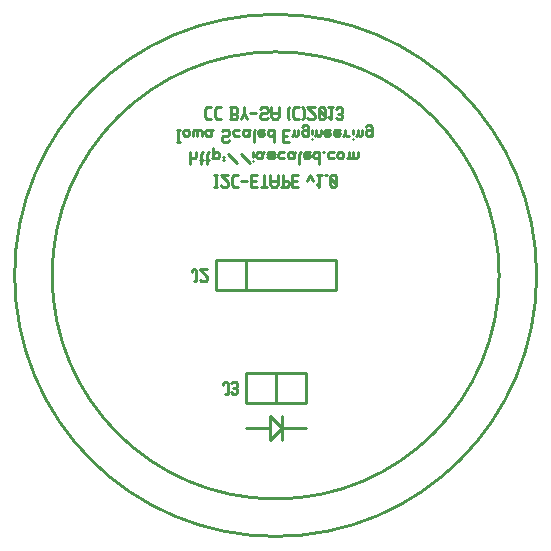
<source format=gbr>
G04 start of page 9 for group -4078 idx -4078 *
G04 Title: (unknown), bottomsilk *
G04 Creator: pcb 20110918 *
G04 CreationDate: Sun 03 Feb 2013 11:35:48 PM GMT UTC *
G04 For: petersen *
G04 Format: Gerber/RS-274X *
G04 PCB-Dimensions: 175000 175000 *
G04 PCB-Coordinate-Origin: lower left *
%MOIN*%
%FSLAX25Y25*%
%LNBOTTOMSILK*%
%ADD51C,0.0100*%
G54D51*X85500Y32500D02*Y40500D01*
X89500Y36500D01*
X85500Y32500D01*
X89500D02*Y40500D01*
Y36500D02*X97500D01*
X85500D02*X77500D01*
X500Y87500D02*G75*G03X500Y87500I87000J0D01*G01*
X13000Y87500D02*G75*G03X13000Y87500I74500J0D01*G01*
X59000Y124500D02*Y128500D01*
Y127000D02*X59500Y126500D01*
X60500D01*
X61000Y127000D01*
Y128500D01*
X62700Y124500D02*Y128000D01*
X63200Y128500D01*
X62200Y126000D02*X63200D01*
X64700Y124500D02*Y128000D01*
X65200Y128500D01*
X64200Y126000D02*X65200D01*
X66700Y127000D02*Y130000D01*
X66200Y126500D02*X66700Y127000D01*
X67200Y126500D01*
X68200D01*
X68700Y127000D01*
Y128000D01*
X68200Y128500D02*X68700Y128000D01*
X67200Y128500D02*X68200D01*
X66700Y128000D02*X67200Y128500D01*
X69900Y126000D02*X70400D01*
X69900Y127000D02*X70400D01*
X71600Y128000D02*X74600Y125000D01*
X75800Y128000D02*X78800Y125000D01*
X80000Y125500D02*Y125600D01*
Y127000D02*Y128500D01*
X82500Y126500D02*X83000Y127000D01*
X81500Y126500D02*X82500D01*
X81000Y127000D02*X81500Y126500D01*
X81000Y127000D02*Y128000D01*
X81500Y128500D01*
X83000Y126500D02*Y128000D01*
X83500Y128500D01*
X81500D02*X82500D01*
X83000Y128000D01*
X85200Y128500D02*X86700D01*
X87200Y128000D01*
X86700Y127500D02*X87200Y128000D01*
X85200Y127500D02*X86700D01*
X84700Y127000D02*X85200Y127500D01*
X84700Y127000D02*X85200Y126500D01*
X86700D01*
X87200Y127000D01*
X84700Y128000D02*X85200Y128500D01*
X88900Y126500D02*X90400D01*
X88400Y127000D02*X88900Y126500D01*
X88400Y127000D02*Y128000D01*
X88900Y128500D01*
X90400D01*
X93100Y126500D02*X93600Y127000D01*
X92100Y126500D02*X93100D01*
X91600Y127000D02*X92100Y126500D01*
X91600Y127000D02*Y128000D01*
X92100Y128500D01*
X93600Y126500D02*Y128000D01*
X94100Y128500D01*
X92100D02*X93100D01*
X93600Y128000D01*
X95300Y124500D02*Y128000D01*
X95800Y128500D01*
X97300D02*X98800D01*
X96800Y128000D02*X97300Y128500D01*
X96800Y127000D02*Y128000D01*
Y127000D02*X97300Y126500D01*
X98300D01*
X98800Y127000D01*
X96800Y127500D02*X98800D01*
Y127000D02*Y127500D01*
X102000Y124500D02*Y128500D01*
X101500D02*X102000Y128000D01*
X100500Y128500D02*X101500D01*
X100000Y128000D02*X100500Y128500D01*
X100000Y127000D02*Y128000D01*
Y127000D02*X100500Y126500D01*
X101500D01*
X102000Y127000D01*
X103200Y128500D02*X103700D01*
X105400Y126500D02*X106900D01*
X104900Y127000D02*X105400Y126500D01*
X104900Y127000D02*Y128000D01*
X105400Y128500D01*
X106900D01*
X108100Y127000D02*Y128000D01*
Y127000D02*X108600Y126500D01*
X109600D01*
X110100Y127000D01*
Y128000D01*
X109600Y128500D02*X110100Y128000D01*
X108600Y128500D02*X109600D01*
X108100Y128000D02*X108600Y128500D01*
X111800Y127000D02*Y128500D01*
Y127000D02*X112300Y126500D01*
X112800D01*
X113300Y127000D01*
Y128500D01*
Y127000D02*X113800Y126500D01*
X114300D01*
X114800Y127000D01*
Y128500D01*
X111300Y126500D02*X111800Y127000D01*
X64700Y143500D02*X66000D01*
X64000Y142800D02*X64700Y143500D01*
X64000Y140200D02*Y142800D01*
Y140200D02*X64700Y139500D01*
X66000D01*
X67900Y143500D02*X69200D01*
X67200Y142800D02*X67900Y143500D01*
X67200Y140200D02*Y142800D01*
Y140200D02*X67900Y139500D01*
X69200D01*
X72200Y143500D02*X74200D01*
X74700Y143000D01*
Y141800D02*Y143000D01*
X74200Y141300D02*X74700Y141800D01*
X72700Y141300D02*X74200D01*
X72700Y139500D02*Y143500D01*
X72200Y139500D02*X74200D01*
X74700Y140000D01*
Y140800D01*
X74200Y141300D02*X74700Y140800D01*
X75900Y139500D02*X76900Y141500D01*
X77900Y139500D01*
X76900Y141500D02*Y143500D01*
X79100Y141500D02*X81100D01*
X84300Y139500D02*X84800Y140000D01*
X82800Y139500D02*X84300D01*
X82300Y140000D02*X82800Y139500D01*
X82300Y140000D02*Y141000D01*
X82800Y141500D01*
X84300D01*
X84800Y142000D01*
Y143000D01*
X84300Y143500D02*X84800Y143000D01*
X82800Y143500D02*X84300D01*
X82300Y143000D02*X82800Y143500D01*
X86000Y140500D02*Y143500D01*
Y140500D02*X86700Y139500D01*
X87800D01*
X88500Y140500D01*
Y143500D01*
X86000Y141500D02*X88500D01*
X91500Y143000D02*X92000Y143500D01*
X91500Y140000D02*X92000Y139500D01*
X91500Y140000D02*Y143000D01*
X93900Y143500D02*X95200D01*
X93200Y142800D02*X93900Y143500D01*
X93200Y140200D02*Y142800D01*
Y140200D02*X93900Y139500D01*
X95200D01*
X96400D02*X96900Y140000D01*
Y143000D01*
X96400Y143500D02*X96900Y143000D01*
X98100Y140000D02*X98600Y139500D01*
X100100D01*
X100600Y140000D01*
Y141000D01*
X98100Y143500D02*X100600Y141000D01*
X98100Y143500D02*X100600D01*
X101800Y143000D02*X102300Y143500D01*
X101800Y140000D02*Y143000D01*
Y140000D02*X102300Y139500D01*
X103300D01*
X103800Y140000D01*
Y143000D01*
X103300Y143500D02*X103800Y143000D01*
X102300Y143500D02*X103300D01*
X101800Y142500D02*X103800Y140500D01*
X105000Y140300D02*X105800Y139500D01*
Y143500D01*
X105000D02*X106500D01*
X107700Y140000D02*X108200Y139500D01*
X109200D01*
X109700Y140000D01*
X109200Y143500D02*X109700Y143000D01*
X108200Y143500D02*X109200D01*
X107700Y143000D02*X108200Y143500D01*
Y141300D02*X109200D01*
X109700Y140000D02*Y140800D01*
Y141800D02*Y143000D01*
Y141800D02*X109200Y141300D01*
X109700Y140800D02*X109200Y141300D01*
X54500Y132000D02*X55500D01*
X55000D02*Y136000D01*
X54500D02*X55500D01*
X56700Y134500D02*Y135500D01*
Y134500D02*X57200Y134000D01*
X58200D01*
X58700Y134500D01*
Y135500D01*
X58200Y136000D02*X58700Y135500D01*
X57200Y136000D02*X58200D01*
X56700Y135500D02*X57200Y136000D01*
X59900Y134000D02*Y135500D01*
X60400Y136000D01*
X60900D01*
X61400Y135500D01*
Y134000D02*Y135500D01*
X61900Y136000D01*
X62400D01*
X62900Y135500D01*
Y134000D02*Y135500D01*
X65600Y134000D02*X66100Y134500D01*
X64600Y134000D02*X65600D01*
X64100Y134500D02*X64600Y134000D01*
X64100Y134500D02*Y135500D01*
X64600Y136000D01*
X66100Y134000D02*Y135500D01*
X66600Y136000D01*
X64600D02*X65600D01*
X66100Y135500D01*
X71600Y132000D02*X72100Y132500D01*
X70100Y132000D02*X71600D01*
X69600Y132500D02*X70100Y132000D01*
X69600Y132500D02*Y133500D01*
X70100Y134000D01*
X71600D01*
X72100Y134500D01*
Y135500D01*
X71600Y136000D02*X72100Y135500D01*
X70100Y136000D02*X71600D01*
X69600Y135500D02*X70100Y136000D01*
X73800Y134000D02*X75300D01*
X73300Y134500D02*X73800Y134000D01*
X73300Y134500D02*Y135500D01*
X73800Y136000D01*
X75300D01*
X78000Y134000D02*X78500Y134500D01*
X77000Y134000D02*X78000D01*
X76500Y134500D02*X77000Y134000D01*
X76500Y134500D02*Y135500D01*
X77000Y136000D01*
X78500Y134000D02*Y135500D01*
X79000Y136000D01*
X77000D02*X78000D01*
X78500Y135500D01*
X80200Y132000D02*Y135500D01*
X80700Y136000D01*
X82200D02*X83700D01*
X81700Y135500D02*X82200Y136000D01*
X81700Y134500D02*Y135500D01*
Y134500D02*X82200Y134000D01*
X83200D01*
X83700Y134500D01*
X81700Y135000D02*X83700D01*
Y134500D02*Y135000D01*
X86900Y132000D02*Y136000D01*
X86400D02*X86900Y135500D01*
X85400Y136000D02*X86400D01*
X84900Y135500D02*X85400Y136000D01*
X84900Y134500D02*Y135500D01*
Y134500D02*X85400Y134000D01*
X86400D01*
X86900Y134500D01*
X89900Y133800D02*X91400D01*
X89900Y136000D02*X91900D01*
X89900Y132000D02*Y136000D01*
Y132000D02*X91900D01*
X93600Y134500D02*Y136000D01*
Y134500D02*X94100Y134000D01*
X94600D01*
X95100Y134500D01*
Y136000D01*
X93100Y134000D02*X93600Y134500D01*
X97800Y134000D02*X98300Y134500D01*
X96800Y134000D02*X97800D01*
X96300Y134500D02*X96800Y134000D01*
X96300Y134500D02*Y135500D01*
X96800Y136000D01*
X97800D01*
X98300Y135500D01*
X96300Y137000D02*X96800Y137500D01*
X97800D01*
X98300Y137000D01*
Y134000D02*Y137000D01*
X99500Y133000D02*Y133100D01*
Y134500D02*Y136000D01*
X101000Y134500D02*Y136000D01*
Y134500D02*X101500Y134000D01*
X102000D01*
X102500Y134500D01*
Y136000D01*
X100500Y134000D02*X101000Y134500D01*
X104200Y136000D02*X105700D01*
X103700Y135500D02*X104200Y136000D01*
X103700Y134500D02*Y135500D01*
Y134500D02*X104200Y134000D01*
X105200D01*
X105700Y134500D01*
X103700Y135000D02*X105700D01*
Y134500D02*Y135000D01*
X107400Y136000D02*X108900D01*
X106900Y135500D02*X107400Y136000D01*
X106900Y134500D02*Y135500D01*
Y134500D02*X107400Y134000D01*
X108400D01*
X108900Y134500D01*
X106900Y135000D02*X108900D01*
Y134500D02*Y135000D01*
X110600Y134500D02*Y136000D01*
Y134500D02*X111100Y134000D01*
X112100D01*
X110100D02*X110600Y134500D01*
X113300Y133000D02*Y133100D01*
Y134500D02*Y136000D01*
X114800Y134500D02*Y136000D01*
Y134500D02*X115300Y134000D01*
X115800D01*
X116300Y134500D01*
Y136000D01*
X114300Y134000D02*X114800Y134500D01*
X119000Y134000D02*X119500Y134500D01*
X118000Y134000D02*X119000D01*
X117500Y134500D02*X118000Y134000D01*
X117500Y134500D02*Y135500D01*
X118000Y136000D01*
X119000D01*
X119500Y135500D01*
X117500Y137000D02*X118000Y137500D01*
X119000D01*
X119500Y137000D01*
Y134000D02*Y137000D01*
X67000Y117000D02*X68000D01*
X67500D02*Y121000D01*
X67000D02*X68000D01*
X69200Y117500D02*X69700Y117000D01*
X71200D01*
X71700Y117500D01*
Y118500D01*
X69200Y121000D02*X71700Y118500D01*
X69200Y121000D02*X71700D01*
X73600D02*X74900D01*
X72900Y120300D02*X73600Y121000D01*
X72900Y117700D02*Y120300D01*
Y117700D02*X73600Y117000D01*
X74900D01*
X76100Y119000D02*X78100D01*
X79300Y118800D02*X80800D01*
X79300Y121000D02*X81300D01*
X79300Y117000D02*Y121000D01*
Y117000D02*X81300D01*
X82500D02*X84500D01*
X83500D02*Y121000D01*
X85700Y118000D02*Y121000D01*
Y118000D02*X86400Y117000D01*
X87500D01*
X88200Y118000D01*
Y121000D01*
X85700Y119000D02*X88200D01*
X89900Y117000D02*Y121000D01*
X89400Y117000D02*X91400D01*
X91900Y117500D01*
Y118500D01*
X91400Y119000D02*X91900Y118500D01*
X89900Y119000D02*X91400D01*
X93100Y118800D02*X94600D01*
X93100Y121000D02*X95100D01*
X93100Y117000D02*Y121000D01*
Y117000D02*X95100D01*
X98100Y119000D02*X99100Y121000D01*
X100100Y119000D02*X99100Y121000D01*
X101300Y117800D02*X102100Y117000D01*
Y121000D01*
X101300D02*X102800D01*
X104000D02*X104500D01*
X105700Y120500D02*X106200Y121000D01*
X105700Y117500D02*Y120500D01*
Y117500D02*X106200Y117000D01*
X107200D01*
X107700Y117500D01*
Y120500D01*
X107200Y121000D02*X107700Y120500D01*
X106200Y121000D02*X107200D01*
X105700Y120000D02*X107700Y118000D01*
X67500Y92500D02*X107500D01*
Y82500D01*
X67500D02*X107500D01*
X67500Y92500D02*Y82500D01*
X77500Y92500D02*Y82500D01*
X67500D02*X77500D01*
Y55000D02*X97500D01*
Y45000D01*
X77500D02*X97500D01*
X77500Y55000D02*Y45000D01*
X87500Y55000D02*Y45000D01*
X77500D02*X87500D01*
X70700Y48000D02*X71500D01*
Y51500D01*
X71000Y52000D02*X71500Y51500D01*
X70500Y52000D02*X71000D01*
X70000Y51500D02*X70500Y52000D01*
X70000Y51000D02*Y51500D01*
X72700Y48500D02*X73200Y48000D01*
X74200D01*
X74700Y48500D01*
X74200Y52000D02*X74700Y51500D01*
X73200Y52000D02*X74200D01*
X72700Y51500D02*X73200Y52000D01*
Y49800D02*X74200D01*
X74700Y48500D02*Y49300D01*
Y50300D02*Y51500D01*
Y50300D02*X74200Y49800D01*
X74700Y49300D02*X74200Y49800D01*
X60200Y85500D02*X61000D01*
Y89000D01*
X60500Y89500D02*X61000Y89000D01*
X60000Y89500D02*X60500D01*
X59500Y89000D02*X60000Y89500D01*
X59500Y88500D02*Y89000D01*
X62200Y86000D02*X62700Y85500D01*
X64200D01*
X64700Y86000D01*
Y87000D01*
X62200Y89500D02*X64700Y87000D01*
X62200Y89500D02*X64700D01*
M02*

</source>
